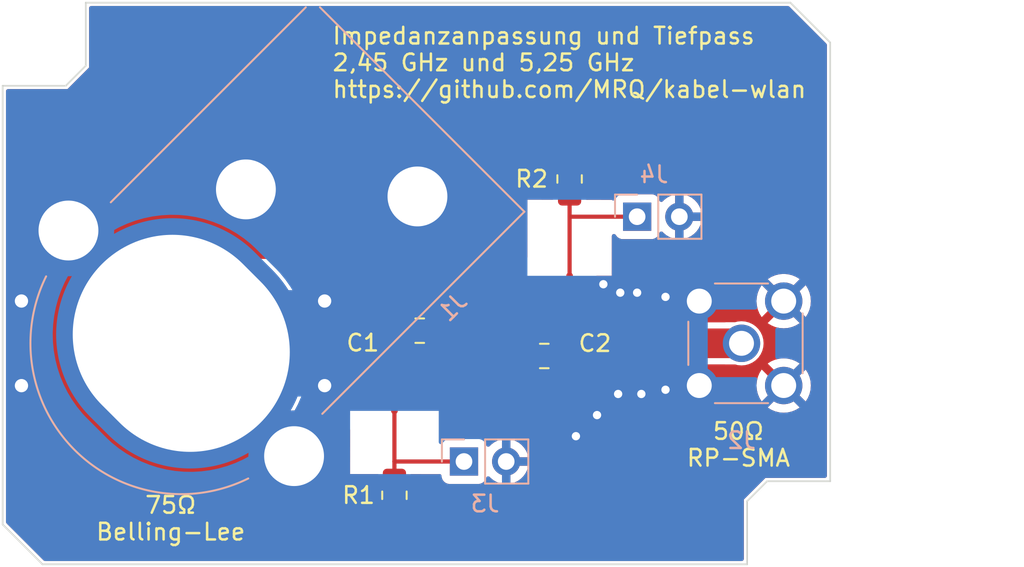
<source format=kicad_pcb>
(kicad_pcb (version 20211014) (generator pcbnew)
  (layers (0 "F.Cu" signal) (31 "B.Cu" signal) (34 "B.Paste" user) (35 "F.Paste" user) (36 "B.SilkS" user "B.Silkscreen") (37 "F.SilkS" user "F.Silkscreen") (38 "B.Mask" user) (39 "F.Mask" user) (44 "Edge.Cuts" user))
  (net 0 "")
  (net 1 "Net-(C1-Pad1)")
  (net 2 "Net-(C1-Pad2)")
  (net 3 "GND")
  (footprint "Capacitor_SMD:C_0805_2012Metric_Pad1.18x1.45mm_HandSolder" (layer "F.Cu") (at 131.699 100.838)
    (fp_text reference "C1" (at -3.429 0.735) (layer "F.SilkS"))
    (fp_text value "680 pF")
    (fp_line (start -0.261252 -0.735) (end 0.261252 -0.735) (layer "F.SilkS") (width 0.12))
    (fp_line (start -0.261252 0.735) (end 0.261252 0.735) (layer "F.SilkS") (width 0.12))
    (pad "1" smd roundrect (at -1.0375 0) (size 1.175 1.45) (layers "F.Cu" "F.Paste" "F.Mask") (roundrect_rratio 0.212766) (net 1 "Net-(C1-Pad1)"))
    (pad "2" smd roundrect (at 1.0375 0) (size 1.175 1.45) (layers "F.Cu" "F.Paste" "F.Mask") (roundrect_rratio 0.212766) (net 2 "Net-(C1-Pad2)"))
  )
  (footprint "Resistor_SMD:R_0805_2012Metric_Pad1.20x1.40mm_HandSolder" (layer "F.Cu") (at 130.175 110.744 -90)
    (fp_text reference "R1" (at 0 2.159) (layer "F.SilkS"))
    (fp_text value "10 kΩ")
    (fp_line (start -0.227064 -0.735) (end 0.227064 -0.735) (layer "F.SilkS") (width 0.12))
    (fp_line (start -0.227064 0.735) (end 0.227064 0.735) (layer "F.SilkS") (width 0.12))
    (pad "1" smd roundrect (at -1 0 270) (size 1.2 1.4) (layers "F.Cu" "F.Paste" "F.Mask") (roundrect_rratio 0.208333) (net 1 "Net-(C1-Pad1)"))
    (pad "2" smd roundrect (at 1 0 270) (size 1.2 1.4) (layers "F.Cu" "F.Paste" "F.Mask") (roundrect_rratio 0.208333) (net 3 "GND"))
  )
  (footprint "Resistor_SMD:R_0805_2012Metric_Pad1.20x1.40mm_HandSolder" (layer "F.Cu") (at 140.716 91.71 90)
    (fp_text reference "R2" (at 0 -2.286) (layer "F.SilkS"))
    (fp_text value "10 kΩ")
    (fp_line (start -0.227064 0.735) (end 0.227064 0.735) (layer "F.SilkS") (width 0.12))
    (fp_line (start -0.227064 -0.735) (end 0.227064 -0.735) (layer "F.SilkS") (width 0.12))
    (pad "1" smd roundrect (at -1 0 90) (size 1.2 1.4) (layers "F.Cu" "F.Paste" "F.Mask") (roundrect_rratio 0.208333) (net 2 "Net-(C1-Pad2)"))
    (pad "2" smd roundrect (at 1 0 90) (size 1.2 1.4) (layers "F.Cu" "F.Paste" "F.Mask") (roundrect_rratio 0.208333) (net 3 "GND"))
  )
  (footprint "Connector_Coaxial:BNC_PanelMountable_Vertical" (layer "F.Cu") (at 117.348 101.6 45)
    (fp_text reference "J1" (at 13.1 10 45) (layer "B.SilkS") (effects (justify mirror)))
    (fp_text value "Conn_Coaxial")
    (fp_line (start 20.2 9) (end 3 9) (layer "B.SilkS") (width 0.12))
    (fp_line (start 19.6 -9) (end 3 -9) (layer "B.SilkS") (width 0.12))
    (fp_line (start 20.2 -8.4) (end 20.2 9) (layer "B.SilkS") (width 0.12))
    (fp_arc (start -2.9 8.599999) (mid -9.075791 0) (end -2.9 -8.599999) (layer "B.SilkS") (width 0.12))
    (pad "" np_thru_hole oval (at 0 0 45) (size 14 15.5) (drill oval 12 13.5) (layers *.Mask "B.Cu"))
    (pad "1" connect rect (at 5.7 5.7 90) (size 1.755 3.9) (layers "F.Cu" "F.Mask") (net 1 "Net-(C1-Pad1)"))
    (pad "2" thru_hole circle (at 0 9.6 45) (size 5.5 5.5) (drill 3.6) (layers *.Cu *.Mask) (net 3 "GND"))
    (pad "2" thru_hole circle (at 4.3 7.9 45) (size 1.1 1.1) (drill 0.8) (layers *.Cu *.Mask) (net 3 "GND"))
    (pad "2" thru_hole circle (at 9.3 -3.8 45) (size 4.6 4.6) (drill 3.6) (layers *.Cu *.Mask) (net 3 "GND"))
    (pad "2" thru_hole circle (at -5 -8.6 45) (size 1.5 1.5) (drill 0.8) (layers *.Cu *.Mask) (net 3 "GND"))
    (pad "2" thru_hole circle (at 7.9 4.3 45) (size 1.1 1.1) (drill 0.8) (layers *.Cu *.Mask) (net 3 "GND"))
    (pad "2" thru_hole circle (at 0 -9.6 45) (size 5.5 5.5) (drill 3.6) (layers *.Cu *.Mask) (net 3 "GND"))
    (pad "2" thru_hole circle (at -8.6 -5 45) (size 1.5 1.5) (drill 0.8) (layers *.Cu *.Mask) (net 3 "GND"))
    (pad "2" connect rect (at 5.2 5.2) (size 2.5 6.4) (layers "B.Cu" "B.Mask") (net 3 "GND"))
    (pad "2" thru_hole circle (at 16.3 3.8 45) (size 4.6 4.6) (drill 3.6) (layers *.Cu *.Mask) (net 3 "GND"))
  )
  (footprint "Capacitor_SMD:C_0805_2012Metric_Pad1.18x1.45mm_HandSolder" (layer "F.Cu") (at 139.192 102.362)
    (fp_text reference "C2" (at 3.048 -0.762) (layer "F.SilkS"))
    (fp_text value "680 pF")
    (fp_line (start -0.261252 -0.735) (end 0.261252 -0.735) (layer "F.SilkS") (width 0.12))
    (fp_line (start -0.261252 0.735) (end 0.261252 0.735) (layer "F.SilkS") (width 0.12))
    (pad "1" smd roundrect (at -1.0375 0) (size 1.175 1.45) (layers "F.Cu" "F.Paste" "F.Mask") (roundrect_rratio 0.212766) (net 1 "Net-(C1-Pad1)"))
    (pad "2" smd roundrect (at 1.0375 0) (size 1.175 1.45) (layers "F.Cu" "F.Paste" "F.Mask") (roundrect_rratio 0.212766) (net 2 "Net-(C1-Pad2)"))
  )
  (footprint "Symbol:KiCad-Logo2_5mm_SilkScreen" (layer "B.Cu") (at 131.5 98 -90)
    (fp_text reference "N1" hide)
    (fp_text value "Housing" hide)
  )
  (footprint "Connector_Coaxial:SMA_Molex_73251-2200_Horizontal" (layer "B.Cu") (at 151.06 101.6 90)
    (fp_text reference "J2" (at -5.842 0 180) (layer "B.SilkS") (effects (justify mirror)))
    (fp_text value "Conn_Coaxial")
    (fp_line (start -3.6 1.6) (end -3.6 -1.6) (layer "B.SilkS") (width 0.12))
    (fp_line (start 3.6 1.6) (end 3.6 -1.6) (layer "B.SilkS") (width 0.12))
    (fp_line (start -1.3 -3.2) (end 1.3 -3.2) (layer "B.SilkS") (width 0.12))
    (fp_line (start -1.8 3.68) (end 1.8 3.68) (layer "B.SilkS") (width 0.12))
    (pad "1" thru_hole circle (at 0 0 90) (size 2.25 2.25) (drill 1.5) (layers *.Cu *.Mask) (net 2 "Net-(C1-Pad2)"))
    (pad "2" thru_hole circle (at 2.54 -2.54) (size 2.25 2.25) (drill 1.5) (layers *.Cu *.Mask) (net 3 "GND"))
    (pad "2" thru_hole circle (at -2.54 2.54 90) (size 2.25 2.25) (drill 1.5) (layers *.Cu *.Mask) (net 3 "GND"))
    (pad "2" thru_hole circle (at -2.54 -2.54 90) (size 2.25 2.25) (drill 1.5) (layers *.Cu *.Mask) (net 3 "GND"))
    (pad "2" thru_hole circle (at 2.54 2.54 90) (size 2.25 2.25) (drill 1.5) (layers *.Cu *.Mask) (net 3 "GND"))
  )
  (footprint "Connector_PinHeader_2.54mm:PinHeader_1x02_P2.54mm_Vertical" (layer "B.Cu") (at 144.78 93.98 -90)
    (fp_text reference "J4" (at -2.54 -1.016) (layer "B.SilkS") (effects (justify mirror)))
    (fp_text value "Conn_01x02")
    (fp_line (start -1.33 -3.87) (end 1.33 -3.87) (layer "B.SilkS") (width 0.12))
    (fp_line (start -1.33 -1.27) (end -1.33 -3.87) (layer "B.SilkS") (width 0.12))
    (fp_line (start -1.33 -1.27) (end 1.33 -1.27) (layer "B.SilkS") (width 0.12))
    (fp_line (start 1.33 -1.27) (end 1.33 -3.87) (layer "B.SilkS") (width 0.12))
    (fp_line (start -1.33 1.33) (end 0 1.33) (layer "B.SilkS") (width 0.12))
    (fp_line (start -1.33 0) (end -1.33 1.33) (layer "B.SilkS") (width 0.12))
    (pad "1" thru_hole rect (at 0 0 270) (size 1.7 1.7) (drill 1) (layers *.Cu *.Mask) (net 2 "Net-(C1-Pad2)") (clearance 0.5))
    (pad "2" thru_hole oval (at 0 -2.54 270) (size 1.7 1.7) (drill 1) (layers *.Cu *.Mask) (net 3 "GND"))
  )
  (footprint "Connector_PinHeader_2.54mm:PinHeader_1x02_P2.54mm_Vertical" (layer "B.Cu") (at 134.361 108.712 -90)
    (fp_text reference "J3" (at 2.54 -1.27) (layer "B.SilkS") (effects (justify mirror)))
    (fp_text value "Conn_01x02")
    (fp_line (start -1.33 -3.87) (end 1.33 -3.87) (layer "B.SilkS") (width 0.12))
    (fp_line (start -1.33 1.33) (end 0 1.33) (layer "B.SilkS") (width 0.12))
    (fp_line (start -1.33 -1.27) (end -1.33 -3.87) (layer "B.SilkS") (width 0.12))
    (fp_line (start 1.33 -1.27) (end 1.33 -3.87) (layer "B.SilkS") (width 0.12))
    (fp_line (start -1.33 -1.27) (end 1.33 -1.27) (layer "B.SilkS") (width 0.12))
    (fp_line (start -1.33 0) (end -1.33 1.33) (layer "B.SilkS") (width 0.12))
    (pad "1" thru_hole rect (at 0 0 270) (size 1.7 1.7) (drill 1) (layers *.Cu *.Mask) (net 1 "Net-(C1-Pad1)") (clearance 0.5))
    (pad "2" thru_hole oval (at 0 -2.54 270) (size 1.7 1.7) (drill 1) (layers *.Cu *.Mask) (net 3 "GND"))
  )
  (gr_line (start 151.4 114.9) (end 109 114.9) (layer "Edge.Cuts") (width 0.1))
  (gr_line (start 111.6 84.9) (end 111.6 81.1) (layer "Edge.Cuts") (width 0.1))
  (gr_line (start 106.6 86.1) (end 110.4 86.1) (layer "Edge.Cuts") (width 0.1))
  (gr_line (start 156.4 109.9) (end 152.6 109.9) (layer "Edge.Cuts") (width 0.1))
  (gr_line (start 154 81.1) (end 156.4 83.5) (layer "Edge.Cuts") (width 0.1))
  (gr_line (start 106.6 112.5) (end 109 114.9) (layer "Edge.Cuts") (width 0.1))
  (gr_line (start 106.6 112.5) (end 106.6 86.1) (layer "Edge.Cuts") (width 0.1))
  (gr_line (start 110.4 86.1) (end 111.6 84.9) (layer "Edge.Cuts") (width 0.1))
  (gr_line (start 151.4 111.1) (end 151.4 114.9) (layer "Edge.Cuts") (width 0.1))
  (gr_line (start 151.4 111.1) (end 152.6 109.9) (layer "Edge.Cuts") (width 0.1))
  (gr_line (start 156.4 83.5) (end 156.4 109.9) (layer "Edge.Cuts") (width 0.1))
  (gr_line (start 111.6 81.1) (end 154 81.1) (layer "Edge.Cuts") (width 0.1))
  (gr_text "50Ω\nRP-SMA" (at 150.876 107.696) (layer "F.SilkS") (effects (font (size 1 1))))
  (gr_text "75Ω\nBelling-Lee" (at 116.713 112.141) (layer "F.SilkS") (effects (font (size 1 1))))
  (gr_text "Impedanzanpassung und Tiefpass\n2,45 GHz und 5,25 GHz\nhttps://github.com/MRQ/kabel-wlan" (at 126.365 84.709) (layer "F.SilkS") (effects (font (size 1 1)) (justify left)))
  (segment (start 130.048 102.362) (end 129.286 101.6) (width 0.951) (layer "F.Cu") (net 1))
  (segment (start 130.175 108.712) (end 130.175 105.664) (width 0.25) (layer "F.Cu") (net 1))
  (segment (start 130.175 108.712) (end 134.361 108.712) (width 0.25) (layer "F.Cu") (net 1))
  (segment (start 129.286 101.6) (end 125.409017 101.6) (width 1.755) (layer "F.Cu") (net 1))
  (segment (start 130.175 102.362) (end 130.175 105.664) (width 0.4) (layer "F.Cu") (net 1))
  (segment (start 138.1545 102.362) (end 130.048 102.362) (width 0.951) (layer "F.Cu") (net 1))
  (segment (start 130.6615 100.838) (end 130.048 100.838) (width 0.951) (layer "F.Cu") (net 1))
  (segment (start 130.048 100.838) (end 129.286 101.6) (width 0.951) (layer "F.Cu") (net 1))
  (segment (start 130.175 109.744) (end 130.175 108.712) (width 0.25) (layer "F.Cu") (net 1))
  (segment (start 140.716 93.98) (end 144.78 93.98) (width 0.25) (layer "F.Cu") (net 2))
  (segment (start 140.716 93.98) (end 140.716 97.536) (width 0.25) (layer "F.Cu") (net 2))
  (segment (start 140.716 100.854) (end 140.716 97.536) (width 0.4) (layer "F.Cu") (net 2))
  (segment (start 132.7365 100.838) (end 141.478 100.838) (width 0.951) (layer "F.Cu") (net 2))
  (segment (start 151.06 101.6) (end 145.98 101.6) (width 1.784) (layer "F.Cu") (net 2))
  (segment (start 140.2295 102.362) (end 141.478 102.362) (width 1.11) (layer "F.Cu") (net 2))
  (segment (start 140.716 92.71) (end 140.716 93.98) (width 0.25) (layer "F.Cu") (net 2))
  (segment (start 145.98 101.6) (end 142.17 101.6) (width 2.723) (layer "F.Cu") (net 2))
  (segment (start 147.25 100.076) (end 150.044 100.076) (width 0.508) (layer "F.Cu") (net 3))
  (segment (start 145.98 104.394) (end 147.25 103.124) (width 0.508) (layer "F.Cu") (net 3))
  (segment (start 147.25 103.124) (end 150.044 103.124) (width 0.508) (layer "F.Cu") (net 3))
  (segment (start 145.98 98.806) (end 147.25 100.076) (width 0.508) (layer "F.Cu") (net 3))
  (via (at 145.034 104.648) (size 0.8) (drill 0.5) (layers "F.Cu" "B.Cu") (net 3))
  (via (at 143.764 98.552) (size 0.8) (drill 0.5) (layers "F.Cu" "B.Cu") (net 3))
  (via (at 141.097 107.188) (size 0.8) (drill 0.5) (layers "F.Cu" "B.Cu") (net 3))
  (via (at 146.488 98.806) (size 0.8) (drill 0.5) (layers "F.Cu" "B.Cu") (net 3))
  (via (at 144.78 98.552) (size 0.8) (drill 0.5) (layers "F.Cu" "B.Cu") (net 3))
  (via (at 146.488 104.394) (size 0.8) (drill 0.5) (layers "F.Cu" "B.Cu") (net 3))
  (via (at 143.637 104.648) (size 0.8) (drill 0.5) (layers "F.Cu" "B.Cu") (net 3))
  (via (at 142.748 98.044) (size 0.8) (drill 0.5) (layers "F.Cu" "B.Cu") (net 3))
  (via (at 142.367 105.918) (size 0.8) (drill 0.5) (layers "F.Cu" "B.Cu") (net 3))
  (zone (net 0) (net_name "") (layers F&B.Cu) (connect_pads (clearance 0)) (min_thickness 0.254)
    (keepout (tracks allowed) (vias allowed) (pads allowed) (copperpour not_allowed) (footprints allowed))
    (fill (thermal_gap 0.508) (thermal_bridge_width 0.508))
    (polygon (pts (xy 132.840189 109.474198) (xy 127.506189 109.465794) (xy 127.508 105.663798) (xy 132.842 105.664202)))
  )
  (zone (net 0) (net_name "") (layers F&B.Cu) (connect_pads (clearance 0)) (min_thickness 0.254)
    (keepout (tracks allowed) (vias allowed) (pads allowed) (copperpour not_allowed) (footprints allowed))
    (fill (thermal_gap 0.508) (thermal_bridge_width 0.508))
    (polygon (pts (xy 138.179315 92.954737) (xy 143.259315 92.963278) (xy 143.256 97.536271) (xy 138.176 97.53573)))
  )
  (zone (net 0) (net_name "") (layer "F.Cu") (connect_pads (clearance 0)) (min_thickness 0.254)
    (keepout (tracks allowed) (vias not_allowed) (pads allowed) (copperpour not_allowed) (footprints allowed))
    (fill (thermal_gap 0.508) (thermal_bridge_width 0.508))
    (polygon (pts (xy 142.24 98.298) (xy 143.51 99.06) (xy 146.05 99.06) (xy 147.32 100.33) (xy 151.13 100.33) (xy 151.13 102.87) (xy 147.32 102.87) (xy 146.05 104.14) (xy 143.51 104.14) (xy 140.97 106.68) (xy 135.636 106.68) (xy 135.636 107.696) (xy 132.334 107.696) (xy 132.334 106.68) (xy 115.062 106.68) (xy 115.062 96.52) (xy 142.24 96.52)))
  )
  (zone (net 3) (net_name "GND") (layers F&B.Cu) (connect_pads (clearance 0)) (min_thickness 0.254) (fill yes (thermal_gap 0.508) (thermal_bridge_width 0.508))
    (polygon (pts (xy 156.2 83.6) (xy 156.2 109.7) (xy 152.5 109.7) (xy 151.2 111) (xy 151.2 114.7) (xy 109.1 114.7) (xy 106.8 112.4) (xy 106.8 86.3) (xy 110.5 86.3) (xy 111.8 85) (xy 111.8 81.3) (xy 153.9 81.3)))
  )
  (zone (net 0) (net_name "") (layer "B.Cu") (connect_pads (clearance 0)) (min_thickness 0.254)
    (keepout (tracks allowed) (vias allowed) (pads allowed) (copperpour not_allowed) (footprints allowed))
    (fill (thermal_gap 0.508) (thermal_bridge_width 0.508))
    (polygon (pts (xy 153.092 103.632) (xy 149.028 103.632) (xy 149.028 99.568) (xy 153.092 99.568)))
  )
)
</source>
